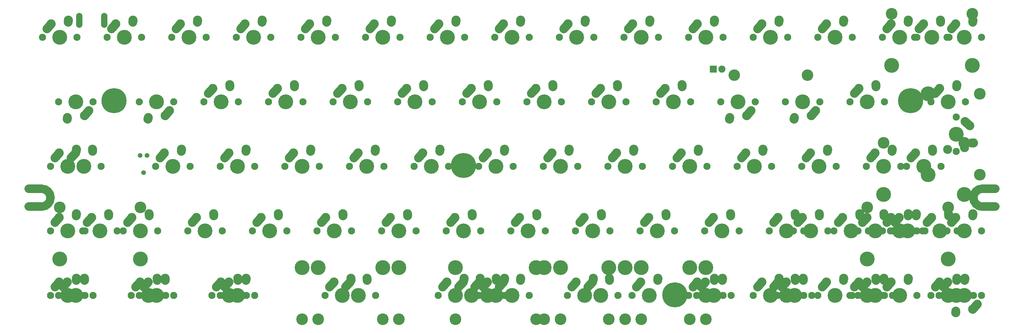
<source format=gts>
%TF.GenerationSoftware,KiCad,Pcbnew,4.0.2-stable*%
%TF.CreationDate,2018-01-13T23:19:36+11:00*%
%TF.ProjectId,60,36302E6B696361645F70636200000000,rev?*%
%TF.FileFunction,Soldermask,Top*%
%FSLAX46Y46*%
G04 Gerber Fmt 4.6, Leading zero omitted, Abs format (unit mm)*
G04 Created by KiCad (PCBNEW 4.0.2-stable) date 13/01/2018 11:19:36 PM*
%MOMM*%
G01*
G04 APERTURE LIST*
%ADD10C,0.100000*%
%ADD11C,2.501900*%
%ADD12C,3.400000*%
%ADD13C,2.650000*%
%ADD14C,2.650000*%
%ADD15C,4.387800*%
%ADD16C,2.101800*%
%ADD17C,3.448000*%
%ADD18C,7.401300*%
%ADD19C,7.400240*%
%ADD20O,1.900000X4.400000*%
%ADD21R,2.100000X2.100000*%
%ADD22O,2.100000X2.100000*%
%ADD23C,1.388060*%
%ADD24C,1.385520*%
G04 APERTURE END LIST*
D10*
D11*
X286337500Y-92274050D02*
X290137500Y-92274050D01*
X283686550Y-94925000D02*
G75*
G02X286337500Y-92274050I2650950J0D01*
G01*
X286337500Y-97575950D02*
G75*
G02X283686550Y-94925000I0J2650950D01*
G01*
X286337500Y-97575950D02*
X290187500Y-97575950D01*
X5137500Y-92274050D02*
X8937500Y-92274050D01*
X11588450Y-94925000D02*
G75*
G03X8937500Y-92274050I-2650950J0D01*
G01*
X8937500Y-97575950D02*
G75*
G03X11588450Y-94925000I0J2650950D01*
G01*
X5137500Y-97575950D02*
X8937500Y-97575950D01*
D12*
X213200000Y-58750000D03*
X234800000Y-58750000D03*
D13*
X226337500Y-43125000D02*
X226377500Y-42545000D01*
D14*
X226377500Y-42545000D03*
D13*
X220027500Y-45085000D02*
X221337500Y-43625000D01*
D15*
X223837500Y-47625000D03*
D14*
X221337500Y-43625000D03*
D16*
X218757500Y-47625000D03*
X228917500Y-47625000D03*
D13*
X145375000Y-119325000D02*
X145415000Y-118745000D01*
D14*
X145415000Y-118745000D03*
D13*
X139065000Y-121285000D02*
X140375000Y-119825000D01*
D15*
X142875000Y-123825000D03*
D14*
X140375000Y-119825000D03*
D16*
X137795000Y-123825000D03*
X147955000Y-123825000D03*
D17*
X130968750Y-130810000D03*
X154781250Y-130810000D03*
D15*
X130968750Y-115570000D03*
X154781250Y-115570000D03*
D18*
X30337500Y-66325000D03*
D19*
X133337500Y-85425000D03*
X195637500Y-123625000D03*
X265187500Y-66325000D03*
D20*
X20100000Y-42550000D03*
X27400000Y-42550000D03*
D13*
X69175000Y-81225000D02*
X69215000Y-80645000D01*
D14*
X69215000Y-80645000D03*
D13*
X62865000Y-83185000D02*
X64175000Y-81725000D01*
D15*
X66675000Y-85725000D03*
D14*
X64175000Y-81725000D03*
D16*
X61595000Y-85725000D03*
X71755000Y-85725000D03*
D13*
X16787500Y-43125000D02*
X16827500Y-42545000D01*
D14*
X16827500Y-42545000D03*
D13*
X10477500Y-45085000D02*
X11787500Y-43625000D01*
D15*
X14287500Y-47625000D03*
D14*
X11787500Y-43625000D03*
D16*
X9207500Y-47625000D03*
X19367500Y-47625000D03*
D13*
X35837500Y-43125000D02*
X35877500Y-42545000D01*
D14*
X35877500Y-42545000D03*
D13*
X29527500Y-45085000D02*
X30837500Y-43625000D01*
D15*
X33337500Y-47625000D03*
D14*
X30837500Y-43625000D03*
D16*
X28257500Y-47625000D03*
X38417500Y-47625000D03*
D13*
X54887500Y-43125000D02*
X54927500Y-42545000D01*
D14*
X54927500Y-42545000D03*
D13*
X48577500Y-45085000D02*
X49887500Y-43625000D01*
D15*
X52387500Y-47625000D03*
D14*
X49887500Y-43625000D03*
D16*
X47307500Y-47625000D03*
X57467500Y-47625000D03*
D13*
X73937500Y-43125000D02*
X73977500Y-42545000D01*
D14*
X73977500Y-42545000D03*
D13*
X67627500Y-45085000D02*
X68937500Y-43625000D01*
D15*
X71437500Y-47625000D03*
D14*
X68937500Y-43625000D03*
D16*
X66357500Y-47625000D03*
X76517500Y-47625000D03*
D13*
X92987500Y-43125000D02*
X93027500Y-42545000D01*
D14*
X93027500Y-42545000D03*
D13*
X86677500Y-45085000D02*
X87987500Y-43625000D01*
D15*
X90487500Y-47625000D03*
D14*
X87987500Y-43625000D03*
D16*
X85407500Y-47625000D03*
X95567500Y-47625000D03*
D13*
X112037500Y-43125000D02*
X112077500Y-42545000D01*
D14*
X112077500Y-42545000D03*
D13*
X105727500Y-45085000D02*
X107037500Y-43625000D01*
D15*
X109537500Y-47625000D03*
D14*
X107037500Y-43625000D03*
D16*
X104457500Y-47625000D03*
X114617500Y-47625000D03*
D13*
X131087500Y-43125000D02*
X131127500Y-42545000D01*
D14*
X131127500Y-42545000D03*
D13*
X124777500Y-45085000D02*
X126087500Y-43625000D01*
D15*
X128587500Y-47625000D03*
D14*
X126087500Y-43625000D03*
D16*
X123507500Y-47625000D03*
X133667500Y-47625000D03*
D13*
X150137500Y-43125000D02*
X150177500Y-42545000D01*
D14*
X150177500Y-42545000D03*
D13*
X143827500Y-45085000D02*
X145137500Y-43625000D01*
D15*
X147637500Y-47625000D03*
D14*
X145137500Y-43625000D03*
D16*
X142557500Y-47625000D03*
X152717500Y-47625000D03*
D13*
X169187500Y-43125000D02*
X169227500Y-42545000D01*
D14*
X169227500Y-42545000D03*
D13*
X162877500Y-45085000D02*
X164187500Y-43625000D01*
D15*
X166687500Y-47625000D03*
D14*
X164187500Y-43625000D03*
D16*
X161607500Y-47625000D03*
X171767500Y-47625000D03*
D13*
X188237500Y-43125000D02*
X188277500Y-42545000D01*
D14*
X188277500Y-42545000D03*
D13*
X181927500Y-45085000D02*
X183237500Y-43625000D01*
D15*
X185737500Y-47625000D03*
D14*
X183237500Y-43625000D03*
D16*
X180657500Y-47625000D03*
X190817500Y-47625000D03*
D13*
X207287500Y-43125000D02*
X207327500Y-42545000D01*
D14*
X207327500Y-42545000D03*
D13*
X200977500Y-45085000D02*
X202287500Y-43625000D01*
D15*
X204787500Y-47625000D03*
D14*
X202287500Y-43625000D03*
D16*
X199707500Y-47625000D03*
X209867500Y-47625000D03*
D13*
X245387500Y-43125000D02*
X245427500Y-42545000D01*
D14*
X245427500Y-42545000D03*
D13*
X239077500Y-45085000D02*
X240387500Y-43625000D01*
D15*
X242887500Y-47625000D03*
D14*
X240387500Y-43625000D03*
D16*
X237807500Y-47625000D03*
X247967500Y-47625000D03*
D13*
X264437500Y-43125000D02*
X264477500Y-42545000D01*
D14*
X264477500Y-42545000D03*
D13*
X258127500Y-45085000D02*
X259437500Y-43625000D01*
D15*
X261937500Y-47625000D03*
D14*
X259437500Y-43625000D03*
D16*
X256857500Y-47625000D03*
X267017500Y-47625000D03*
D13*
X283487500Y-43125000D02*
X283527500Y-42545000D01*
D14*
X283527500Y-42545000D03*
D13*
X277177500Y-45085000D02*
X278487500Y-43625000D01*
D15*
X280987500Y-47625000D03*
D14*
X278487500Y-43625000D03*
D16*
X275907500Y-47625000D03*
X286067500Y-47625000D03*
D13*
X40362500Y-71175000D02*
X40322500Y-71755000D01*
D14*
X40322500Y-71755000D03*
D13*
X46672500Y-69215000D02*
X45362500Y-70675000D01*
D15*
X42862500Y-66675000D03*
D14*
X45362500Y-70675000D03*
D16*
X47942500Y-66675000D03*
X37782500Y-66675000D03*
D13*
X64412500Y-62175000D02*
X64452500Y-61595000D01*
D14*
X64452500Y-61595000D03*
D13*
X58102500Y-64135000D02*
X59412500Y-62675000D01*
D15*
X61912500Y-66675000D03*
D14*
X59412500Y-62675000D03*
D16*
X56832500Y-66675000D03*
X66992500Y-66675000D03*
D13*
X83462500Y-62175000D02*
X83502500Y-61595000D01*
D14*
X83502500Y-61595000D03*
D13*
X77152500Y-64135000D02*
X78462500Y-62675000D01*
D15*
X80962500Y-66675000D03*
D14*
X78462500Y-62675000D03*
D16*
X75882500Y-66675000D03*
X86042500Y-66675000D03*
D13*
X102512500Y-62175000D02*
X102552500Y-61595000D01*
D14*
X102552500Y-61595000D03*
D13*
X96202500Y-64135000D02*
X97512500Y-62675000D01*
D15*
X100012500Y-66675000D03*
D14*
X97512500Y-62675000D03*
D16*
X94932500Y-66675000D03*
X105092500Y-66675000D03*
D13*
X121562500Y-62175000D02*
X121602500Y-61595000D01*
D14*
X121602500Y-61595000D03*
D13*
X115252500Y-64135000D02*
X116562500Y-62675000D01*
D15*
X119062500Y-66675000D03*
D14*
X116562500Y-62675000D03*
D16*
X113982500Y-66675000D03*
X124142500Y-66675000D03*
D13*
X140612500Y-62175000D02*
X140652500Y-61595000D01*
D14*
X140652500Y-61595000D03*
D13*
X134302500Y-64135000D02*
X135612500Y-62675000D01*
D15*
X138112500Y-66675000D03*
D14*
X135612500Y-62675000D03*
D16*
X133032500Y-66675000D03*
X143192500Y-66675000D03*
D13*
X159662500Y-62175000D02*
X159702500Y-61595000D01*
D14*
X159702500Y-61595000D03*
D13*
X153352500Y-64135000D02*
X154662500Y-62675000D01*
D15*
X157162500Y-66675000D03*
D14*
X154662500Y-62675000D03*
D16*
X152082500Y-66675000D03*
X162242500Y-66675000D03*
D13*
X178712500Y-62175000D02*
X178752500Y-61595000D01*
D14*
X178752500Y-61595000D03*
D13*
X172402500Y-64135000D02*
X173712500Y-62675000D01*
D15*
X176212500Y-66675000D03*
D14*
X173712500Y-62675000D03*
D16*
X171132500Y-66675000D03*
X181292500Y-66675000D03*
D13*
X197762500Y-62175000D02*
X197802500Y-61595000D01*
D14*
X197802500Y-61595000D03*
D13*
X191452500Y-64135000D02*
X192762500Y-62675000D01*
D15*
X195262500Y-66675000D03*
D14*
X192762500Y-62675000D03*
D16*
X190182500Y-66675000D03*
X200342500Y-66675000D03*
D13*
X211812500Y-71175000D02*
X211772500Y-71755000D01*
D14*
X211772500Y-71755000D03*
D13*
X218122500Y-69215000D02*
X216812500Y-70675000D01*
D15*
X214312500Y-66675000D03*
D14*
X216812500Y-70675000D03*
D16*
X219392500Y-66675000D03*
X209232500Y-66675000D03*
D13*
X230862500Y-71175000D02*
X230822500Y-71755000D01*
D14*
X230822500Y-71755000D03*
D13*
X237172500Y-69215000D02*
X235862500Y-70675000D01*
D15*
X233362500Y-66675000D03*
D14*
X235862500Y-70675000D03*
D16*
X238442500Y-66675000D03*
X228282500Y-66675000D03*
D13*
X254912500Y-62175000D02*
X254952500Y-61595000D01*
D14*
X254952500Y-61595000D03*
D13*
X248602500Y-64135000D02*
X249912500Y-62675000D01*
D15*
X252412500Y-66675000D03*
D14*
X249912500Y-62675000D03*
D16*
X247332500Y-66675000D03*
X257492500Y-66675000D03*
D13*
X50125000Y-81225000D02*
X50165000Y-80645000D01*
D14*
X50165000Y-80645000D03*
D13*
X43815000Y-83185000D02*
X45125000Y-81725000D01*
D15*
X47625000Y-85725000D03*
D14*
X45125000Y-81725000D03*
D16*
X42545000Y-85725000D03*
X52705000Y-85725000D03*
D13*
X88225000Y-81225000D02*
X88265000Y-80645000D01*
D14*
X88265000Y-80645000D03*
D13*
X81915000Y-83185000D02*
X83225000Y-81725000D01*
D15*
X85725000Y-85725000D03*
D14*
X83225000Y-81725000D03*
D16*
X80645000Y-85725000D03*
X90805000Y-85725000D03*
D13*
X107275000Y-81225000D02*
X107315000Y-80645000D01*
D14*
X107315000Y-80645000D03*
D13*
X100965000Y-83185000D02*
X102275000Y-81725000D01*
D15*
X104775000Y-85725000D03*
D14*
X102275000Y-81725000D03*
D16*
X99695000Y-85725000D03*
X109855000Y-85725000D03*
D13*
X126325000Y-81225000D02*
X126365000Y-80645000D01*
D14*
X126365000Y-80645000D03*
D13*
X120015000Y-83185000D02*
X121325000Y-81725000D01*
D15*
X123825000Y-85725000D03*
D14*
X121325000Y-81725000D03*
D16*
X118745000Y-85725000D03*
X128905000Y-85725000D03*
D13*
X145375000Y-81225000D02*
X145415000Y-80645000D01*
D14*
X145415000Y-80645000D03*
D13*
X139065000Y-83185000D02*
X140375000Y-81725000D01*
D15*
X142875000Y-85725000D03*
D14*
X140375000Y-81725000D03*
D16*
X137795000Y-85725000D03*
X147955000Y-85725000D03*
D13*
X164425000Y-81225000D02*
X164465000Y-80645000D01*
D14*
X164465000Y-80645000D03*
D13*
X158115000Y-83185000D02*
X159425000Y-81725000D01*
D15*
X161925000Y-85725000D03*
D14*
X159425000Y-81725000D03*
D16*
X156845000Y-85725000D03*
X167005000Y-85725000D03*
D13*
X183475000Y-81225000D02*
X183515000Y-80645000D01*
D14*
X183515000Y-80645000D03*
D13*
X177165000Y-83185000D02*
X178475000Y-81725000D01*
D15*
X180975000Y-85725000D03*
D14*
X178475000Y-81725000D03*
D16*
X175895000Y-85725000D03*
X186055000Y-85725000D03*
D13*
X202525000Y-81225000D02*
X202565000Y-80645000D01*
D14*
X202565000Y-80645000D03*
D13*
X196215000Y-83185000D02*
X197525000Y-81725000D01*
D15*
X200025000Y-85725000D03*
D14*
X197525000Y-81725000D03*
D16*
X194945000Y-85725000D03*
X205105000Y-85725000D03*
D13*
X221575000Y-81225000D02*
X221615000Y-80645000D01*
D14*
X221615000Y-80645000D03*
D13*
X215265000Y-83185000D02*
X216575000Y-81725000D01*
D15*
X219075000Y-85725000D03*
D14*
X216575000Y-81725000D03*
D16*
X213995000Y-85725000D03*
X224155000Y-85725000D03*
D13*
X240625000Y-81225000D02*
X240665000Y-80645000D01*
D14*
X240665000Y-80645000D03*
D13*
X234315000Y-83185000D02*
X235625000Y-81725000D01*
D15*
X238125000Y-85725000D03*
D14*
X235625000Y-81725000D03*
D16*
X233045000Y-85725000D03*
X243205000Y-85725000D03*
D13*
X259675000Y-81225000D02*
X259715000Y-80645000D01*
D14*
X259715000Y-80645000D03*
D13*
X253365000Y-83185000D02*
X254675000Y-81725000D01*
D15*
X257175000Y-85725000D03*
D14*
X254675000Y-81725000D03*
D16*
X252095000Y-85725000D03*
X262255000Y-85725000D03*
D13*
X231100000Y-100275000D02*
X231140000Y-99695000D01*
D14*
X231140000Y-99695000D03*
D13*
X224790000Y-102235000D02*
X226100000Y-100775000D01*
D15*
X228600000Y-104775000D03*
D14*
X226100000Y-100775000D03*
D16*
X223520000Y-104775000D03*
X233680000Y-104775000D03*
D13*
X59650000Y-100275000D02*
X59690000Y-99695000D01*
D14*
X59690000Y-99695000D03*
D13*
X53340000Y-102235000D02*
X54650000Y-100775000D01*
D15*
X57150000Y-104775000D03*
D14*
X54650000Y-100775000D03*
D16*
X52070000Y-104775000D03*
X62230000Y-104775000D03*
D13*
X78700000Y-100275000D02*
X78740000Y-99695000D01*
D14*
X78740000Y-99695000D03*
D13*
X72390000Y-102235000D02*
X73700000Y-100775000D01*
D15*
X76200000Y-104775000D03*
D14*
X73700000Y-100775000D03*
D16*
X71120000Y-104775000D03*
X81280000Y-104775000D03*
D13*
X97750000Y-100275000D02*
X97790000Y-99695000D01*
D14*
X97790000Y-99695000D03*
D13*
X91440000Y-102235000D02*
X92750000Y-100775000D01*
D15*
X95250000Y-104775000D03*
D14*
X92750000Y-100775000D03*
D16*
X90170000Y-104775000D03*
X100330000Y-104775000D03*
D13*
X116800000Y-100275000D02*
X116840000Y-99695000D01*
D14*
X116840000Y-99695000D03*
D13*
X110490000Y-102235000D02*
X111800000Y-100775000D01*
D15*
X114300000Y-104775000D03*
D14*
X111800000Y-100775000D03*
D16*
X109220000Y-104775000D03*
X119380000Y-104775000D03*
D13*
X135850000Y-100275000D02*
X135890000Y-99695000D01*
D14*
X135890000Y-99695000D03*
D13*
X129540000Y-102235000D02*
X130850000Y-100775000D01*
D15*
X133350000Y-104775000D03*
D14*
X130850000Y-100775000D03*
D16*
X128270000Y-104775000D03*
X138430000Y-104775000D03*
D13*
X154900000Y-100275000D02*
X154940000Y-99695000D01*
D14*
X154940000Y-99695000D03*
D13*
X148590000Y-102235000D02*
X149900000Y-100775000D01*
D15*
X152400000Y-104775000D03*
D14*
X149900000Y-100775000D03*
D16*
X147320000Y-104775000D03*
X157480000Y-104775000D03*
D13*
X173950000Y-100275000D02*
X173990000Y-99695000D01*
D14*
X173990000Y-99695000D03*
D13*
X167640000Y-102235000D02*
X168950000Y-100775000D01*
D15*
X171450000Y-104775000D03*
D14*
X168950000Y-100775000D03*
D16*
X166370000Y-104775000D03*
X176530000Y-104775000D03*
D13*
X193000000Y-100275000D02*
X193040000Y-99695000D01*
D14*
X193040000Y-99695000D03*
D13*
X186690000Y-102235000D02*
X188000000Y-100775000D01*
D15*
X190500000Y-104775000D03*
D14*
X188000000Y-100775000D03*
D16*
X185420000Y-104775000D03*
X195580000Y-104775000D03*
D13*
X212050000Y-100275000D02*
X212090000Y-99695000D01*
D14*
X212090000Y-99695000D03*
D13*
X205740000Y-102235000D02*
X207050000Y-100775000D01*
D15*
X209550000Y-104775000D03*
D14*
X207050000Y-100775000D03*
D16*
X204470000Y-104775000D03*
X214630000Y-104775000D03*
D13*
X283487500Y-100275000D02*
X283527500Y-99695000D01*
D14*
X283527500Y-99695000D03*
D13*
X277177500Y-102235000D02*
X278487500Y-100775000D01*
D15*
X280987500Y-104775000D03*
D14*
X278487500Y-100775000D03*
D16*
X275907500Y-104775000D03*
X286067500Y-104775000D03*
D13*
X40600000Y-100275000D02*
X40640000Y-99695000D01*
D14*
X40640000Y-99695000D03*
D13*
X34290000Y-102235000D02*
X35600000Y-100775000D01*
D15*
X38100000Y-104775000D03*
D14*
X35600000Y-100775000D03*
D16*
X33020000Y-104775000D03*
X43180000Y-104775000D03*
D13*
X250150000Y-100275000D02*
X250190000Y-99695000D01*
D14*
X250190000Y-99695000D03*
D13*
X243840000Y-102235000D02*
X245150000Y-100775000D01*
D15*
X247650000Y-104775000D03*
D14*
X245150000Y-100775000D03*
D16*
X242570000Y-104775000D03*
X252730000Y-104775000D03*
D13*
X264437500Y-100275000D02*
X264477500Y-99695000D01*
D14*
X264477500Y-99695000D03*
D13*
X258127500Y-102235000D02*
X259437500Y-100775000D01*
D15*
X261937500Y-104775000D03*
D14*
X259437500Y-100775000D03*
D16*
X256857500Y-104775000D03*
X267017500Y-104775000D03*
D13*
X283487500Y-100275000D02*
X283527500Y-99695000D01*
D14*
X283527500Y-99695000D03*
D13*
X277177500Y-102235000D02*
X278487500Y-100775000D01*
D15*
X280987500Y-104775000D03*
D14*
X278487500Y-100775000D03*
D16*
X275907500Y-104775000D03*
X286067500Y-104775000D03*
D13*
X45362500Y-119325000D02*
X45402500Y-118745000D01*
D14*
X45402500Y-118745000D03*
D13*
X39052500Y-121285000D02*
X40362500Y-119825000D01*
D15*
X42862500Y-123825000D03*
D14*
X40362500Y-119825000D03*
D16*
X37782500Y-123825000D03*
X47942500Y-123825000D03*
D13*
X254912500Y-119325000D02*
X254952500Y-118745000D01*
D14*
X254952500Y-118745000D03*
D13*
X248602500Y-121285000D02*
X249912500Y-119825000D01*
D15*
X252412500Y-123825000D03*
D14*
X249912500Y-119825000D03*
D16*
X247332500Y-123825000D03*
X257492500Y-123825000D03*
D13*
X207287500Y-119325000D02*
X207327500Y-118745000D01*
D14*
X207327500Y-118745000D03*
D13*
X200977500Y-121285000D02*
X202287500Y-119825000D01*
D15*
X204787500Y-123825000D03*
D14*
X202287500Y-119825000D03*
D16*
X199707500Y-123825000D03*
X209867500Y-123825000D03*
D13*
X226337500Y-119325000D02*
X226377500Y-118745000D01*
D14*
X226377500Y-118745000D03*
D13*
X220027500Y-121285000D02*
X221337500Y-119825000D01*
D15*
X223837500Y-123825000D03*
D14*
X221337500Y-119825000D03*
D16*
X218757500Y-123825000D03*
X228917500Y-123825000D03*
D13*
X245387500Y-119325000D02*
X245427500Y-118745000D01*
D14*
X245427500Y-118745000D03*
D13*
X239077500Y-121285000D02*
X240387500Y-119825000D01*
D15*
X242887500Y-123825000D03*
D14*
X240387500Y-119825000D03*
D16*
X237807500Y-123825000D03*
X247967500Y-123825000D03*
D13*
X264437500Y-119325000D02*
X264477500Y-118745000D01*
D14*
X264477500Y-118745000D03*
D13*
X258127500Y-121285000D02*
X259437500Y-119825000D01*
D15*
X261937500Y-123825000D03*
D14*
X259437500Y-119825000D03*
D16*
X256857500Y-123825000D03*
X267017500Y-123825000D03*
D13*
X278487500Y-128325000D02*
X278447500Y-128905000D01*
D14*
X278447500Y-128905000D03*
D13*
X284797500Y-126365000D02*
X283487500Y-127825000D01*
D15*
X280987500Y-123825000D03*
D14*
X283487500Y-127825000D03*
D16*
X286067500Y-123825000D03*
X275907500Y-123825000D03*
D13*
X16550000Y-71175000D02*
X16510000Y-71755000D01*
D14*
X16510000Y-71755000D03*
D13*
X22860000Y-69215000D02*
X21550000Y-70675000D01*
D15*
X19050000Y-66675000D03*
D14*
X21550000Y-70675000D03*
D16*
X24130000Y-66675000D03*
X13970000Y-66675000D03*
D13*
X278725000Y-62175000D02*
X278765000Y-61595000D01*
D14*
X278765000Y-61595000D03*
D13*
X272415000Y-64135000D02*
X273725000Y-62675000D01*
D15*
X276225000Y-66675000D03*
D14*
X273725000Y-62675000D03*
D16*
X271145000Y-66675000D03*
X281305000Y-66675000D03*
D13*
X21550000Y-119325000D02*
X21590000Y-118745000D01*
D14*
X21590000Y-118745000D03*
D13*
X15240000Y-121285000D02*
X16550000Y-119825000D01*
D15*
X19050000Y-123825000D03*
D14*
X16550000Y-119825000D03*
D16*
X13970000Y-123825000D03*
X24130000Y-123825000D03*
D13*
X69175000Y-119325000D02*
X69215000Y-118745000D01*
D14*
X69215000Y-118745000D03*
D13*
X62865000Y-121285000D02*
X64175000Y-119825000D01*
D15*
X66675000Y-123825000D03*
D14*
X64175000Y-119825000D03*
D16*
X61595000Y-123825000D03*
X71755000Y-123825000D03*
D13*
X231100000Y-119325000D02*
X231140000Y-118745000D01*
D14*
X231140000Y-118745000D03*
D13*
X224790000Y-121285000D02*
X226100000Y-119825000D01*
D15*
X228600000Y-123825000D03*
D14*
X226100000Y-119825000D03*
D16*
X223520000Y-123825000D03*
X233680000Y-123825000D03*
D13*
X278725000Y-119325000D02*
X278765000Y-118745000D01*
D14*
X278765000Y-118745000D03*
D13*
X272415000Y-121285000D02*
X273725000Y-119825000D01*
D15*
X276225000Y-123825000D03*
D14*
X273725000Y-119825000D03*
D16*
X271145000Y-123825000D03*
X281305000Y-123825000D03*
D13*
X23931250Y-81225000D02*
X23971250Y-80645000D01*
D14*
X23971250Y-80645000D03*
D13*
X17621250Y-83185000D02*
X18931250Y-81725000D01*
D15*
X21431250Y-85725000D03*
D14*
X18931250Y-81725000D03*
D16*
X16351250Y-85725000D03*
X26511250Y-85725000D03*
D13*
X257293750Y-100275000D02*
X257333750Y-99695000D01*
D14*
X257333750Y-99695000D03*
D13*
X250983750Y-102235000D02*
X252293750Y-100775000D01*
D15*
X254793750Y-104775000D03*
D14*
X252293750Y-100775000D03*
D16*
X249713750Y-104775000D03*
X259873750Y-104775000D03*
D13*
X276343750Y-100275000D02*
X276383750Y-99695000D01*
D14*
X276383750Y-99695000D03*
D13*
X270033750Y-102235000D02*
X271343750Y-100775000D01*
D15*
X273843750Y-104775000D03*
D14*
X271343750Y-100775000D03*
D16*
X268763750Y-104775000D03*
X278923750Y-104775000D03*
D13*
X238243750Y-100275000D02*
X238283750Y-99695000D01*
D14*
X238283750Y-99695000D03*
D13*
X231933750Y-102235000D02*
X233243750Y-100775000D01*
D15*
X235743750Y-104775000D03*
D14*
X233243750Y-100775000D03*
D16*
X230663750Y-104775000D03*
X240823750Y-104775000D03*
D13*
X19168750Y-81225000D02*
X19208750Y-80645000D01*
D14*
X19208750Y-80645000D03*
D13*
X12858750Y-83185000D02*
X14168750Y-81725000D01*
D15*
X16668750Y-85725000D03*
D14*
X14168750Y-81725000D03*
D16*
X11588750Y-85725000D03*
X21748750Y-85725000D03*
D13*
X19168750Y-100275000D02*
X19208750Y-99695000D01*
D14*
X19208750Y-99695000D03*
D13*
X12858750Y-102235000D02*
X14168750Y-100775000D01*
D15*
X16668750Y-104775000D03*
D14*
X14168750Y-100775000D03*
D16*
X11588750Y-104775000D03*
X21748750Y-104775000D03*
D13*
X19168750Y-119325000D02*
X19208750Y-118745000D01*
D14*
X19208750Y-118745000D03*
D13*
X12858750Y-121285000D02*
X14168750Y-119825000D01*
D15*
X16668750Y-123825000D03*
D14*
X14168750Y-119825000D03*
D16*
X11588750Y-123825000D03*
X21748750Y-123825000D03*
D13*
X42981250Y-119325000D02*
X43021250Y-118745000D01*
D14*
X43021250Y-118745000D03*
D13*
X36671250Y-121285000D02*
X37981250Y-119825000D01*
D15*
X40481250Y-123825000D03*
D14*
X37981250Y-119825000D03*
D16*
X35401250Y-123825000D03*
X45561250Y-123825000D03*
D13*
X66793750Y-119325000D02*
X66833750Y-118745000D01*
D14*
X66833750Y-118745000D03*
D13*
X60483750Y-121285000D02*
X61793750Y-119825000D01*
D15*
X64293750Y-123825000D03*
D14*
X61793750Y-119825000D03*
D16*
X59213750Y-123825000D03*
X69373750Y-123825000D03*
D13*
X209668750Y-119325000D02*
X209708750Y-118745000D01*
D14*
X209708750Y-118745000D03*
D13*
X203358750Y-121285000D02*
X204668750Y-119825000D01*
D15*
X207168750Y-123825000D03*
D14*
X204668750Y-119825000D03*
D16*
X202088750Y-123825000D03*
X212248750Y-123825000D03*
D13*
X233481250Y-119325000D02*
X233521250Y-118745000D01*
D14*
X233521250Y-118745000D03*
D13*
X227171250Y-121285000D02*
X228481250Y-119825000D01*
D15*
X230981250Y-123825000D03*
D14*
X228481250Y-119825000D03*
D16*
X225901250Y-123825000D03*
X236061250Y-123825000D03*
D13*
X257293750Y-119325000D02*
X257333750Y-118745000D01*
D14*
X257333750Y-118745000D03*
D13*
X250983750Y-121285000D02*
X252293750Y-119825000D01*
D15*
X254793750Y-123825000D03*
D14*
X252293750Y-119825000D03*
D16*
X249713750Y-123825000D03*
X259873750Y-123825000D03*
D13*
X281106250Y-119325000D02*
X281146250Y-118745000D01*
D14*
X281146250Y-118745000D03*
D13*
X274796250Y-121285000D02*
X276106250Y-119825000D01*
D15*
X278606250Y-123825000D03*
D14*
X276106250Y-119825000D03*
D16*
X273526250Y-123825000D03*
X283686250Y-123825000D03*
D13*
X142993750Y-119325000D02*
X143033750Y-118745000D01*
D14*
X143033750Y-118745000D03*
D13*
X136683750Y-121285000D02*
X137993750Y-119825000D01*
D15*
X140493750Y-123825000D03*
D14*
X137993750Y-119825000D03*
D16*
X135413750Y-123825000D03*
X145573750Y-123825000D03*
D13*
X133468750Y-119325000D02*
X133508750Y-118745000D01*
D14*
X133508750Y-118745000D03*
D13*
X127158750Y-121285000D02*
X128468750Y-119825000D01*
D15*
X130968750Y-123825000D03*
D14*
X128468750Y-119825000D03*
D16*
X125888750Y-123825000D03*
X136048750Y-123825000D03*
D13*
X271581250Y-81225000D02*
X271621250Y-80645000D01*
D14*
X271621250Y-80645000D03*
D13*
X265271250Y-83185000D02*
X266581250Y-81725000D01*
D15*
X269081250Y-85725000D03*
D14*
X266581250Y-81725000D03*
D16*
X264001250Y-85725000D03*
X274161250Y-85725000D03*
D17*
X257175000Y-78740000D03*
X280987500Y-78740000D03*
D15*
X257175000Y-93980000D03*
X280987500Y-93980000D03*
D13*
X28693750Y-100275000D02*
X28733750Y-99695000D01*
D14*
X28733750Y-99695000D03*
D13*
X22383750Y-102235000D02*
X23693750Y-100775000D01*
D15*
X26193750Y-104775000D03*
D14*
X23693750Y-100775000D03*
D16*
X21113750Y-104775000D03*
X31273750Y-104775000D03*
D17*
X14287500Y-97790000D03*
X38100000Y-97790000D03*
D15*
X14287500Y-113030000D03*
X38100000Y-113030000D03*
D13*
X176331250Y-119325000D02*
X176371250Y-118745000D01*
D14*
X176371250Y-118745000D03*
D13*
X170021250Y-121285000D02*
X171331250Y-119825000D01*
D15*
X173831250Y-123825000D03*
D14*
X171331250Y-119825000D03*
D16*
X168751250Y-123825000D03*
X178911250Y-123825000D03*
D17*
X161925000Y-130810000D03*
X185737500Y-130810000D03*
D15*
X161925000Y-115570000D03*
X185737500Y-115570000D03*
D13*
X100131250Y-119325000D02*
X100171250Y-118745000D01*
D14*
X100171250Y-118745000D03*
D13*
X93821250Y-121285000D02*
X95131250Y-119825000D01*
D15*
X97631250Y-123825000D03*
D14*
X95131250Y-119825000D03*
D16*
X92551250Y-123825000D03*
X102711250Y-123825000D03*
D17*
X85725000Y-130810000D03*
X109537500Y-130810000D03*
D15*
X85725000Y-115570000D03*
X109537500Y-115570000D03*
D13*
X104893750Y-119325000D02*
X104933750Y-118745000D01*
D14*
X104933750Y-118745000D03*
D13*
X98583750Y-121285000D02*
X99893750Y-119825000D01*
D15*
X102393750Y-123825000D03*
D14*
X99893750Y-119825000D03*
D16*
X97313750Y-123825000D03*
X107473750Y-123825000D03*
D17*
X90487500Y-130810000D03*
X114300000Y-130810000D03*
D15*
X90487500Y-115570000D03*
X114300000Y-115570000D03*
D13*
X104893750Y-119325000D02*
X104933750Y-118745000D01*
D14*
X104933750Y-118745000D03*
D13*
X98583750Y-121285000D02*
X99893750Y-119825000D01*
D15*
X102393750Y-123825000D03*
D14*
X99893750Y-119825000D03*
D16*
X97313750Y-123825000D03*
X107473750Y-123825000D03*
D17*
X90487500Y-130810000D03*
X114300000Y-130810000D03*
D15*
X90487500Y-115570000D03*
X114300000Y-115570000D03*
D13*
X171568750Y-119325000D02*
X171608750Y-118745000D01*
D14*
X171608750Y-118745000D03*
D13*
X165258750Y-121285000D02*
X166568750Y-119825000D01*
D15*
X169068750Y-123825000D03*
D14*
X166568750Y-119825000D03*
D16*
X163988750Y-123825000D03*
X174148750Y-123825000D03*
D17*
X157162500Y-130810000D03*
X180975000Y-130810000D03*
D15*
X157162500Y-115570000D03*
X180975000Y-115570000D03*
D13*
X190618750Y-119325000D02*
X190658750Y-118745000D01*
D14*
X190658750Y-118745000D03*
D13*
X184308750Y-121285000D02*
X185618750Y-119825000D01*
D15*
X188118750Y-123825000D03*
D14*
X185618750Y-119825000D03*
D16*
X183038750Y-123825000D03*
X193198750Y-123825000D03*
D17*
X176212500Y-130810000D03*
X200025000Y-130810000D03*
D15*
X176212500Y-115570000D03*
X200025000Y-115570000D03*
D13*
X138231250Y-119325000D02*
X138271250Y-118745000D01*
D14*
X138271250Y-118745000D03*
D13*
X131921250Y-121285000D02*
X133231250Y-119825000D01*
D15*
X135731250Y-123825000D03*
D14*
X133231250Y-119825000D03*
D16*
X130651250Y-123825000D03*
X140811250Y-123825000D03*
D17*
X85731350Y-130810000D03*
X185731150Y-130810000D03*
D15*
X85731350Y-115570000D03*
X185731150Y-115570000D03*
D13*
X150137500Y-119325000D02*
X150177500Y-118745000D01*
D14*
X150177500Y-118745000D03*
D13*
X143827500Y-121285000D02*
X145137500Y-119825000D01*
D15*
X147637500Y-123825000D03*
D14*
X145137500Y-119825000D03*
D16*
X142557500Y-123825000D03*
X152717500Y-123825000D03*
D17*
X90487500Y-130810000D03*
X204787500Y-130810000D03*
D15*
X90487500Y-115570000D03*
X204787500Y-115570000D03*
D13*
X266818750Y-100275000D02*
X266858750Y-99695000D01*
D14*
X266858750Y-99695000D03*
D13*
X260508750Y-102235000D02*
X261818750Y-100775000D01*
D15*
X264318750Y-104775000D03*
D14*
X261818750Y-100775000D03*
D16*
X259238750Y-104775000D03*
X269398750Y-104775000D03*
D17*
X252412500Y-97790000D03*
X276225000Y-97790000D03*
D15*
X252412500Y-113030000D03*
X276225000Y-113030000D03*
D13*
X283106250Y-78700000D02*
X283686250Y-78739998D01*
D14*
X283686250Y-78740000D03*
D13*
X281146250Y-72390000D02*
X282606258Y-73699990D01*
D15*
X278606250Y-76200000D03*
D14*
X282606250Y-73700000D03*
D16*
X278606250Y-71120000D03*
X278606250Y-81280000D03*
D14*
X281106250Y-80200000D03*
X276106250Y-80700000D03*
D17*
X285591250Y-88106250D03*
X285591250Y-64293750D03*
D15*
X270351250Y-88106250D03*
X270351250Y-64293750D03*
D13*
X273962500Y-43125000D02*
X274002500Y-42545000D01*
D14*
X274002500Y-42545000D03*
D13*
X267652500Y-45085000D02*
X268962500Y-43625000D01*
D15*
X271462500Y-47625000D03*
D14*
X268962500Y-43625000D03*
D16*
X266382500Y-47625000D03*
X276542500Y-47625000D03*
D17*
X259556250Y-40640000D03*
X283368750Y-40640000D03*
D15*
X259556250Y-55880000D03*
X283368750Y-55880000D03*
D21*
X207000000Y-57000000D03*
D22*
X209540000Y-57000000D03*
D23*
X39000000Y-87540000D03*
D24*
X40016000Y-82460000D03*
X37984000Y-82460000D03*
M02*

</source>
